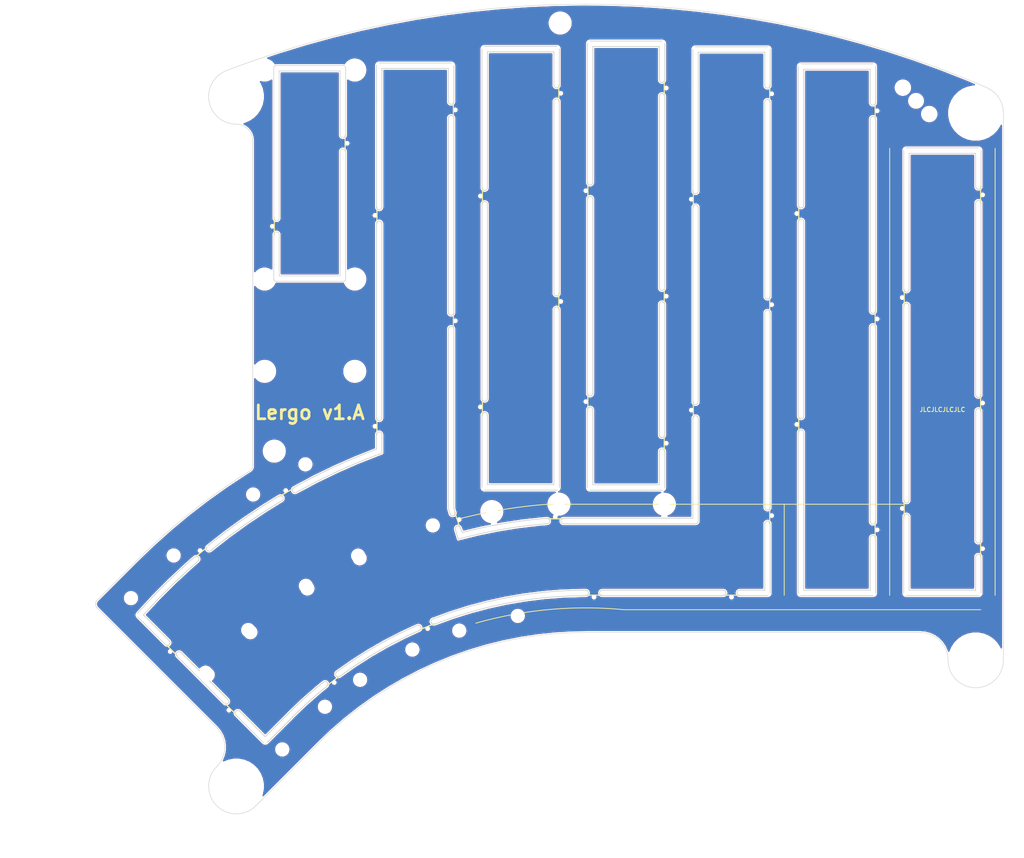
<source format=kicad_pcb>
(kicad_pcb (version 20171130) (host pcbnew 5.1.12-84ad8e8a86~92~ubuntu20.04.1)
  (title_block (title "Lergo top plate with rails, less routing") (date 2021-11-15) (rev v1.A) (company "Axel Voitier") (comment 1 "SPDX-License-Identifier: CERN-OHL-W-2.0") (comment 2 "Less routing variant") (comment 3 "Rail based layout variant"))
  (layers (0 F.Cu signal) (31 B.Cu signal) (34 B.Paste user hide) (35 F.Paste user hide) (36 B.SilkS user hide) (37 F.SilkS user) (38 B.Mask user hide) (39 F.Mask user hide) (44 Edge.Cuts user))
  (net 0 "")
  (module "Lergo Footprints:CherryMX_Lergo_v1_TopPlate_Corner" (layer F.Cu) (at 188.1 118.12)
    (fp_text reference REF** hide)
    (fp_text value CherryMX_Kyfle_v1_TopPlate_Corner hide)
    (pad "" np_thru_hole circle (at 6.7 6.7) (size 0.6 0.6) (drill 0.6) (layers *.Cu))
  )
  (module "Lergo Footprints:CherryMX_Lergo_v1_TopPlate_2u_1u_Rail_End_Less_Routing" (layer F.Cu) (at 97.135413 135.364647 45)
    (fp_text reference SW2 hide)
    (fp_text value KEY_SWITCH hide)
    (fp_arc (start -6.5 -6) (end -6 -6) (angle -180) (layer Edge.Cuts) (width 0.15))
    (fp_arc (start -6.5 -9) (end -7 -9) (angle -180) (layer Edge.Cuts) (width 0.15))
    (fp_arc (start -6.5 9) (end -6 9) (angle -180) (layer Edge.Cuts) (width 0.15))
    (fp_arc (start -6.5 6) (end -7 6) (angle -180) (layer Edge.Cuts) (width 0.15))
    (fp_arc (start -6.5 -16.060048) (end -6.5 -16.560048) (angle -90) (layer Edge.Cuts) (width 0.15))
    (fp_arc (start -6.5 16.025) (end -7 16.025) (angle -90) (layer Edge.Cuts) (width 0.15))
    (fp_line (start -6 15.525) (end 0 15.525) (layer Edge.Cuts) (width 0.15))
    (fp_line (start -6.5 16.525) (end 0 16.525) (layer Edge.Cuts) (width 0.15))
    (fp_line (start -7 -16.060048) (end -7 -9) (layer Edge.Cuts) (width 0.15))
    (fp_line (start -7 9) (end -7 16.025) (layer Edge.Cuts) (width 0.15))
    (fp_line (start -6 9) (end -6 15.525) (layer Edge.Cuts) (width 0.15))
    (fp_line (start -6 -15.586116) (end -6 -9) (layer Edge.Cuts) (width 0.15))
    (fp_line (start -6 -6) (end -6 6) (layer Edge.Cuts) (width 0.15))
    (fp_line (start -7 -6) (end -7 6) (layer Edge.Cuts) (width 0.15))
    (fp_line (start -6.9 -9) (end -6.9 -6) (layer F.SilkS) (width 0.2))
    (fp_line (start -6.9 6) (end -6.9 9) (layer F.SilkS) (width 0.2))
    (pad "" np_thru_hole circle (at -7.25 7.5 135) (size 0.5 0.5) (drill 0.5) (layers *.Cu *.Mask))
    (pad "" np_thru_hole circle (at -7.25 -7.5 135) (size 0.5 0.5) (drill 0.5) (layers *.Cu *.Mask))
    (pad "" np_thru_hole circle (at -6.7 -16.225 45) (size 0.6 0.6) (drill 0.6) (layers *.Cu))
    (pad "" np_thru_hole circle (at -6.7 16.225 45) (size 0.6 0.6) (drill 0.6) (layers *.Cu))
  )
  (module "Lergo Footprints:Pimoroni_Trackball" (layer F.Cu) (at 141.81562 120.590179 284.1)
    (fp_text reference REF**)
    (fp_text value Pimoroni_Trackball)
    (pad "" np_thru_hole circle (at 9.8 5.45 284.1) (size 2.2 2.2) (drill 2.2) (layers *.Cu *.Mask))
    (pad "" np_thru_hole circle (at -9.8 5.45 284.1) (size 2.2 2.2) (drill 2.2) (layers *.Cu *.Mask))
    (pad "" np_thru_hole circle (at 9.8 -5.45 284.1) (size 2.2 2.2) (drill 2.2) (layers *.Cu *.Mask))
    (pad "" smd circle (at -9.800001 -5.45 284.1) (size 1 1) (layers F.Cu F.Paste F.Mask))
  )
  (module "Lergo Footprints:Pimoroni_Trackball" (layer F.Cu) (at 120.825382 129.092101 300)
    (fp_text reference REF**)
    (fp_text value Pimoroni_Trackball)
    (pad "" np_thru_hole circle (at -9.8 -5.45 300) (size 2.2 2.2) (drill 2.2) (layers *.Cu *.Mask))
    (pad "" np_thru_hole circle (at 9.8 -5.45 300) (size 2.2 2.2) (drill 2.2) (layers *.Cu *.Mask))
    (pad "" np_thru_hole circle (at -9.8 5.45 300) (size 2.2 2.2) (drill 2.2) (layers *.Cu *.Mask))
    (pad "" np_thru_hole circle (at 9.8 5.45 300) (size 2.2 2.2) (drill 2.2) (layers *.Cu *.Mask))
  )
  (module "Lergo Footprints:Pimoroni_Trackball" (layer F.Cu) (at 103.869549 142.102768 315)
    (fp_text reference REF**)
    (fp_text value Pimoroni_Trackball)
    (pad "" np_thru_hole circle (at 9.8 5.45 315) (size 2.2 2.2) (drill 2.2) (layers *.Cu *.Mask))
    (pad "" np_thru_hole circle (at -9.8 5.45 315) (size 2.2 2.2) (drill 2.2) (layers *.Cu *.Mask))
    (pad "" np_thru_hole circle (at 9.8 -5.45 315) (size 2.2 2.2) (drill 2.2) (layers *.Cu *.Mask))
    (pad "" np_thru_hole circle (at -9.8 -5.45 315) (size 2.2 2.2) (drill 2.2) (layers *.Cu *.Mask))
  )
  (module "Lergo Footprints:Pimoroni_Trackball" (layer F.Cu) (at 90.399165 128.632384 135)
    (fp_text reference REF**)
    (fp_text value Pimoroni_Trackball)
    (pad "" np_thru_hole circle (at -9.8 -5.45 135) (size 2.2 2.2) (drill 2.2) (layers *.Cu *.Mask))
    (pad "" np_thru_hole circle (at 9.8 -5.45 135) (size 2.2 2.2) (drill 2.2) (layers *.Cu *.Mask))
    (pad "" np_thru_hole circle (at -9.8 5.45 135) (size 2.2 2.2) (drill 2.2) (layers *.Cu *.Mask))
    (pad "" np_thru_hole circle (at 9.8 5.45 135) (size 2.2 2.2) (drill 2.2) (layers *.Cu *.Mask))
  )
  (module "Lergo Footprints:Pimoroni_Trackball" (layer F.Cu) (at 111.300382 112.594317 300)
    (fp_text reference REF**)
    (fp_text value Pimoroni_Trackball)
    (pad "" np_thru_hole circle (at 9.8 5.45 300) (size 2.2 2.2) (drill 2.2) (layers *.Cu *.Mask))
    (pad "" np_thru_hole circle (at -9.8 5.45 300) (size 2.2 2.2) (drill 2.2) (layers *.Cu *.Mask))
    (pad "" np_thru_hole circle (at 9.8 -5.45 300) (size 2.2 2.2) (drill 2.2) (layers *.Cu *.Mask))
    (pad "" np_thru_hole circle (at -9.8 -5.45 300) (size 2.2 2.2) (drill 2.2) (layers *.Cu *.Mask))
  )
  (module "Lergo Footprints:Slot_Tab_1mm_2mm" (layer F.Cu) (at 107.940382 106.774626 30)
    (fp_text reference REF** hide)
    (fp_text value Slot_1.2mm_7.4.mm)
    (fp_line (start -1.5 -0.4) (end 1.5 -0.4) (layer F.SilkS) (width 0.2))
    (fp_arc (start 1.5 0) (end 1.5 -0.5) (angle -180) (layer Edge.Cuts) (width 0.15))
    (fp_arc (start -1.5 0) (end -1.5 0.5) (angle -180) (layer Edge.Cuts) (width 0.15))
    (pad "" np_thru_hole circle (at 0 -0.75 120) (size 0.5 0.5) (drill 0.5) (layers *.Cu *.Mask))
  )
  (module "Lergo Footprints:Slot_Tab_1mm_2mm" (layer F.Cu) (at 92.570723 117.536577 40)
    (fp_text reference REF** hide)
    (fp_text value Slot_1.2mm_7.4.mm)
    (fp_line (start -1.5 -0.4) (end 1.5 -0.4) (layer F.SilkS) (width 0.2))
    (fp_arc (start 1.5 0) (end 1.5 -0.5) (angle -180) (layer Edge.Cuts) (width 0.15))
    (fp_arc (start -1.5 0) (end -1.5 0.5) (angle -180) (layer Edge.Cuts) (width 0.15))
    (pad "" np_thru_hole circle (at 0 -0.75 130) (size 0.5 0.5) (drill 0.5) (layers *.Cu *.Mask))
  )
  (module "Lergo Footprints:Slot_Tab_1mm_2mm" (layer F.Cu) (at 132.915618 130.356181 202.5)
    (fp_text reference REF** hide)
    (fp_text value Slot_1.2mm_7.4.mm)
    (fp_line (start -1.5 -0.4) (end 1.5 -0.4) (layer F.SilkS) (width 0.2))
    (fp_arc (start 1.5 0) (end 1.5 -0.5) (angle -180) (layer Edge.Cuts) (width 0.15))
    (fp_arc (start -1.5 0) (end -1.5 0.5) (angle -180) (layer Edge.Cuts) (width 0.15))
    (pad "" np_thru_hole circle (at 0 -0.75 292.5) (size 0.5 0.5) (drill 0.5) (layers *.Cu *.Mask))
  )
  (module "Lergo Footprints:Slot_Tab_1mm_2mm" (layer F.Cu) (at 163.260001 124.620001 180)
    (fp_text reference REF** hide)
    (fp_text value Slot_1.2mm_7.4.mm)
    (fp_line (start -1.5 -0.4) (end 1.5 -0.4) (layer F.SilkS) (width 0.2))
    (fp_arc (start 1.5 0) (end 1.5 -0.5) (angle -180) (layer Edge.Cuts) (width 0.15))
    (fp_arc (start -1.5 0) (end -1.5 0.5) (angle -180) (layer Edge.Cuts) (width 0.15))
    (pad "" np_thru_hole circle (at 0 -0.75 270) (size 0.5 0.5) (drill 0.5) (layers *.Cu *.Mask))
  )
  (module "Lergo Footprints:Slot_Tab_1mm_2mm" (layer F.Cu) (at 115.874989 140.194592 217.5)
    (fp_text reference REF** hide)
    (fp_text value Slot_1.2mm_7.4.mm)
    (fp_line (start -1.5 -0.4) (end 1.5 -0.4) (layer F.SilkS) (width 0.2))
    (fp_arc (start 1.5 0) (end 1.5 -0.5) (angle -180) (layer Edge.Cuts) (width 0.15))
    (fp_arc (start -1.5 0) (end -1.5 0.5) (angle -180) (layer Edge.Cuts) (width 0.15))
    (pad "" np_thru_hole circle (at 0 -0.75 307.5) (size 0.5 0.5) (drill 0.5) (layers *.Cu *.Mask))
  )
  (module "Lergo Footprints:Slot_Tab_1mm_2mm" (layer F.Cu) (at 124.45 94.51 90)
    (fp_text reference REF** hide)
    (fp_text value Slot_1.2mm_7.4.mm)
    (fp_line (start -1.5 -0.4) (end 1.5 -0.4) (layer F.SilkS) (width 0.2))
    (fp_arc (start 1.5 0) (end 1.5 -0.5) (angle -180) (layer Edge.Cuts) (width 0.15))
    (fp_arc (start -1.5 0) (end -1.5 0.5) (angle -180) (layer Edge.Cuts) (width 0.15))
    (pad "" np_thru_hole circle (at 0 -0.75 180) (size 0.5 0.5) (drill 0.5) (layers *.Cu *.Mask))
  )
  (module "Lergo Footprints:Slot_Tab_1mm_2mm" (layer F.Cu) (at 138.2 111.61 289)
    (fp_text reference REF** hide)
    (fp_text value Slot_1.2mm_7.4.mm)
    (fp_line (start -1.5 -0.4) (end 1.5 -0.4) (layer F.SilkS) (width 0.2))
    (fp_arc (start 1.5 0) (end 1.5 -0.5) (angle -180) (layer Edge.Cuts) (width 0.15))
    (fp_arc (start -1.5 0) (end -1.5 0.5) (angle -180) (layer Edge.Cuts) (width 0.15))
    (pad "" np_thru_hole circle (at 0 -0.75 19) (size 0.5 0.5) (drill 0.5) (layers *.Cu *.Mask))
  )
  (module "Lergo Footprints:Slot_Tab_1mm_2mm" (layer F.Cu) (at 137.45 75.46 270)
    (fp_text reference REF** hide)
    (fp_text value Slot_1.2mm_7.4.mm)
    (fp_line (start -1.5 -0.4) (end 1.5 -0.4) (layer F.SilkS) (width 0.2))
    (fp_arc (start 1.5 0) (end 1.5 -0.5) (angle -180) (layer Edge.Cuts) (width 0.15))
    (fp_arc (start -1.5 0) (end -1.5 0.5) (angle -180) (layer Edge.Cuts) (width 0.15))
    (pad "" np_thru_hole circle (at 0 -0.75) (size 0.5 0.5) (drill 0.5) (layers *.Cu *.Mask))
  )
  (module "Lergo Footprints:Slot_Tab_1mm_2mm" (layer F.Cu) (at 124.45 56.41 90)
    (fp_text reference REF** hide)
    (fp_text value Slot_1.2mm_7.4.mm)
    (fp_line (start -1.5 -0.4) (end 1.5 -0.4) (layer F.SilkS) (width 0.2))
    (fp_arc (start 1.5 0) (end 1.5 -0.5) (angle -180) (layer Edge.Cuts) (width 0.15))
    (fp_arc (start -1.5 0) (end -1.5 0.5) (angle -180) (layer Edge.Cuts) (width 0.15))
    (pad "" np_thru_hole circle (at 0 -0.75 180) (size 0.5 0.5) (drill 0.5) (layers *.Cu *.Mask))
  )
  (module "Lergo Footprints:Slot_Tab_1mm_2mm" (layer F.Cu) (at 137.45 37.36 270)
    (fp_text reference REF** hide)
    (fp_text value Slot_1.2mm_7.4.mm)
    (fp_line (start -1.5 -0.4) (end 1.5 -0.4) (layer F.SilkS) (width 0.2))
    (fp_arc (start 1.5 0) (end 1.5 -0.5) (angle -180) (layer Edge.Cuts) (width 0.15))
    (fp_arc (start -1.5 0) (end -1.5 0.5) (angle -180) (layer Edge.Cuts) (width 0.15))
    (pad "" np_thru_hole circle (at 0 -0.75) (size 0.5 0.5) (drill 0.5) (layers *.Cu *.Mask))
  )
  (module "Lergo Footprints:Slot_Tab_1mm_2mm" (layer F.Cu) (at 156.26 111.62)
    (fp_text reference REF** hide)
    (fp_text value Slot_1.2mm_7.4.mm)
    (fp_line (start -1.5 -0.4) (end 1.5 -0.4) (layer F.SilkS) (width 0.2))
    (fp_arc (start 1.5 0) (end 1.5 -0.5) (angle -180) (layer Edge.Cuts) (width 0.15))
    (fp_arc (start -1.5 0) (end -1.5 0.5) (angle -180) (layer Edge.Cuts) (width 0.15))
    (pad "" np_thru_hole circle (at 0 -0.75 90) (size 0.5 0.5) (drill 0.5) (layers *.Cu *.Mask))
  )
  (module "Lergo Footprints:Slot_Tab_1mm_2mm" (layer F.Cu) (at 188.1 124.62 180)
    (fp_text reference REF** hide)
    (fp_text value Slot_1.2mm_7.4.mm)
    (fp_line (start -1.5 -0.4) (end 1.5 -0.4) (layer F.SilkS) (width 0.2))
    (fp_arc (start 1.5 0) (end 1.5 -0.5) (angle -180) (layer Edge.Cuts) (width 0.15))
    (fp_arc (start -1.5 0) (end -1.5 0.5) (angle -180) (layer Edge.Cuts) (width 0.15))
    (pad "" np_thru_hole circle (at 0 -0.75 270) (size 0.5 0.5) (drill 0.5) (layers *.Cu *.Mask))
  )
  (module "Lergo Footprints:Slot_Tab_1mm_2mm" (layer F.Cu) (at 181.6 91.59 90)
    (fp_text reference REF** hide)
    (fp_text value Slot_1.2mm_7.4.mm)
    (fp_line (start -1.5 -0.4) (end 1.5 -0.4) (layer F.SilkS) (width 0.2))
    (fp_arc (start 1.5 0) (end 1.5 -0.5) (angle -180) (layer Edge.Cuts) (width 0.15))
    (fp_arc (start -1.5 0) (end -1.5 0.5) (angle -180) (layer Edge.Cuts) (width 0.15))
    (pad "" np_thru_hole circle (at 0 -0.75 180) (size 0.5 0.5) (drill 0.5) (layers *.Cu *.Mask))
  )
  (module "Lergo Footprints:Slot_Tab_1mm_2mm" (layer F.Cu) (at 194.6 110.64 270)
    (fp_text reference REF** hide)
    (fp_text value Slot_1.2mm_7.4.mm)
    (fp_line (start -1.5 -0.4) (end 1.5 -0.4) (layer F.SilkS) (width 0.2))
    (fp_arc (start 1.5 0) (end 1.5 -0.5) (angle -180) (layer Edge.Cuts) (width 0.15))
    (fp_arc (start -1.5 0) (end -1.5 0.5) (angle -180) (layer Edge.Cuts) (width 0.15))
    (pad "" np_thru_hole circle (at 0 -0.75) (size 0.5 0.5) (drill 0.5) (layers *.Cu *.Mask))
  )
  (module "Lergo Footprints:Slot_Tab_1mm_2mm" (layer F.Cu) (at 194.6 72.54 270)
    (fp_text reference REF** hide)
    (fp_text value Slot_1.2mm_7.4.mm)
    (fp_line (start -1.5 -0.4) (end 1.5 -0.4) (layer F.SilkS) (width 0.2))
    (fp_arc (start 1.5 0) (end 1.5 -0.5) (angle -180) (layer Edge.Cuts) (width 0.15))
    (fp_arc (start -1.5 0) (end -1.5 0.5) (angle -180) (layer Edge.Cuts) (width 0.15))
    (pad "" np_thru_hole circle (at 0 -0.75) (size 0.5 0.5) (drill 0.5) (layers *.Cu *.Mask))
  )
  (module "Lergo Footprints:Slot_Tab_1mm_2mm" (layer F.Cu) (at 181.6 53.49 90)
    (fp_text reference REF** hide)
    (fp_text value Slot_1.2mm_7.4.mm)
    (fp_line (start -1.5 -0.4) (end 1.5 -0.4) (layer F.SilkS) (width 0.2))
    (fp_arc (start 1.5 0) (end 1.5 -0.5) (angle -180) (layer Edge.Cuts) (width 0.15))
    (fp_arc (start -1.5 0) (end -1.5 0.5) (angle -180) (layer Edge.Cuts) (width 0.15))
    (pad "" np_thru_hole circle (at 0 -0.75 180) (size 0.5 0.5) (drill 0.5) (layers *.Cu *.Mask))
  )
  (module "Lergo Footprints:Slot_Tab_1mm_2mm" (layer F.Cu) (at 194.6 34.44 270)
    (fp_text reference REF** hide)
    (fp_text value Slot_1.2mm_7.4.mm)
    (fp_line (start -1.5 -0.4) (end 1.5 -0.4) (layer F.SilkS) (width 0.2))
    (fp_arc (start 1.5 0) (end 1.5 -0.5) (angle -180) (layer Edge.Cuts) (width 0.15))
    (fp_arc (start -1.5 0) (end -1.5 0.5) (angle -180) (layer Edge.Cuts) (width 0.15))
    (pad "" np_thru_hole circle (at 0 -0.75) (size 0.5 0.5) (drill 0.5) (layers *.Cu *.Mask))
  )
  (module "Lergo Footprints:Slot_Tab_1mm_2mm" (layer F.Cu) (at 143.5 91.01 90)
    (fp_text reference REF** hide)
    (fp_text value Slot_1.2mm_7.4.mm)
    (fp_line (start -1.5 -0.4) (end 1.5 -0.4) (layer F.SilkS) (width 0.2))
    (fp_arc (start 1.5 0) (end 1.5 -0.5) (angle -180) (layer Edge.Cuts) (width 0.15))
    (fp_arc (start -1.5 0) (end -1.5 0.5) (angle -180) (layer Edge.Cuts) (width 0.15))
    (pad "" np_thru_hole circle (at 0 -0.75 180) (size 0.5 0.5) (drill 0.5) (layers *.Cu *.Mask))
  )
  (module "Lergo Footprints:Slot_Tab_1mm_2mm" (layer F.Cu) (at 156.5 71.96 270)
    (fp_text reference REF** hide)
    (fp_text value Slot_1.2mm_7.4.mm)
    (fp_line (start -1.5 -0.4) (end 1.5 -0.4) (layer F.SilkS) (width 0.2))
    (fp_arc (start 1.5 0) (end 1.5 -0.5) (angle -180) (layer Edge.Cuts) (width 0.15))
    (fp_arc (start -1.5 0) (end -1.5 0.5) (angle -180) (layer Edge.Cuts) (width 0.15))
    (pad "" np_thru_hole circle (at 0 -0.75) (size 0.5 0.5) (drill 0.5) (layers *.Cu *.Mask))
  )
  (module "Lergo Footprints:Slot_Tab_1mm_2mm" (layer F.Cu) (at 143.5 52.91 90)
    (fp_text reference REF** hide)
    (fp_text value Slot_1.2mm_7.4.mm)
    (fp_line (start -1.5 -0.4) (end 1.5 -0.4) (layer F.SilkS) (width 0.2))
    (fp_arc (start 1.5 0) (end 1.5 -0.5) (angle -180) (layer Edge.Cuts) (width 0.15))
    (fp_arc (start -1.5 0) (end -1.5 0.5) (angle -180) (layer Edge.Cuts) (width 0.15))
    (pad "" np_thru_hole circle (at 0 -0.75 180) (size 0.5 0.5) (drill 0.5) (layers *.Cu *.Mask))
  )
  (module "Lergo Footprints:Slot_Tab_1mm_2mm" (layer F.Cu) (at 156.5 34.36 270)
    (fp_text reference REF** hide)
    (fp_text value Slot_1.2mm_7.4.mm)
    (fp_line (start -1.5 -0.4) (end 1.5 -0.4) (layer F.SilkS) (width 0.2))
    (fp_arc (start 1.5 0) (end 1.5 -0.5) (angle -180) (layer Edge.Cuts) (width 0.15))
    (fp_arc (start -1.5 0) (end -1.5 0.5) (angle -180) (layer Edge.Cuts) (width 0.15))
    (pad "" np_thru_hole circle (at 0 -0.75) (size 0.5 0.5) (drill 0.5) (layers *.Cu *.Mask))
  )
  (module "Lergo Footprints:Slot_Tab_1mm_2mm" (layer F.Cu) (at 162.55 90.05 90)
    (fp_text reference REF** hide)
    (fp_text value Slot_1.2mm_7.4.mm)
    (fp_line (start -1.5 -0.4) (end 1.5 -0.4) (layer F.SilkS) (width 0.2))
    (fp_arc (start 1.5 0) (end 1.5 -0.5) (angle -180) (layer Edge.Cuts) (width 0.15))
    (fp_arc (start -1.5 0) (end -1.5 0.5) (angle -180) (layer Edge.Cuts) (width 0.15))
    (pad "" np_thru_hole circle (at 0 -0.75 180) (size 0.5 0.5) (drill 0.5) (layers *.Cu *.Mask))
  )
  (module "Lergo Footprints:Slot_Tab_1mm_2mm" (layer F.Cu) (at 175.55 97.57 270)
    (fp_text reference REF** hide)
    (fp_text value Slot_1.2mm_7.4.mm)
    (fp_line (start -1.5 -0.4) (end 1.5 -0.4) (layer F.SilkS) (width 0.2))
    (fp_arc (start 1.5 0) (end 1.5 -0.5) (angle -180) (layer Edge.Cuts) (width 0.15))
    (fp_arc (start -1.5 0) (end -1.5 0.5) (angle -180) (layer Edge.Cuts) (width 0.15))
    (pad "" np_thru_hole circle (at 0 -0.75) (size 0.5 0.5) (drill 0.5) (layers *.Cu *.Mask))
  )
  (module "Lergo Footprints:Slot_Tab_1mm_2mm" (layer F.Cu) (at 175.55 71 270)
    (fp_text reference REF** hide)
    (fp_text value Slot_1.2mm_7.4.mm)
    (fp_line (start -1.5 -0.4) (end 1.5 -0.4) (layer F.SilkS) (width 0.2))
    (fp_arc (start 1.5 0) (end 1.5 -0.5) (angle -180) (layer Edge.Cuts) (width 0.15))
    (fp_arc (start -1.5 0) (end -1.5 0.5) (angle -180) (layer Edge.Cuts) (width 0.15))
    (pad "" np_thru_hole circle (at 0 -0.75) (size 0.5 0.5) (drill 0.5) (layers *.Cu *.Mask))
  )
  (module "Lergo Footprints:Slot_Tab_1mm_2mm" (layer F.Cu) (at 162.55 51.95 90)
    (fp_text reference REF** hide)
    (fp_text value Slot_1.2mm_7.4.mm)
    (fp_line (start -1.5 -0.4) (end 1.5 -0.4) (layer F.SilkS) (width 0.2))
    (fp_arc (start 1.5 0) (end 1.5 -0.5) (angle -180) (layer Edge.Cuts) (width 0.15))
    (fp_arc (start -1.5 0) (end -1.5 0.5) (angle -180) (layer Edge.Cuts) (width 0.15))
    (pad "" np_thru_hole circle (at 0 -0.75 180) (size 0.5 0.5) (drill 0.5) (layers *.Cu *.Mask))
  )
  (module "Lergo Footprints:Slot_Tab_1mm_2mm" (layer F.Cu) (at 175.55 33.4 270)
    (fp_text reference REF** hide)
    (fp_text value Slot_1.2mm_7.4.mm)
    (fp_line (start -1.5 -0.4) (end 1.5 -0.4) (layer F.SilkS) (width 0.2))
    (fp_arc (start 1.5 0) (end 1.5 -0.5) (angle -180) (layer Edge.Cuts) (width 0.15))
    (fp_arc (start -1.5 0) (end -1.5 0.5) (angle -180) (layer Edge.Cuts) (width 0.15))
    (pad "" np_thru_hole circle (at 0 -0.75) (size 0.5 0.5) (drill 0.5) (layers *.Cu *.Mask))
  )
  (module "Lergo Footprints:Slot_Tab_1mm_2mm" (layer F.Cu) (at 200.65 94.17 90)
    (fp_text reference REF** hide)
    (fp_text value Slot_1.2mm_7.4.mm)
    (fp_line (start -1.5 -0.4) (end 1.5 -0.4) (layer F.SilkS) (width 0.2))
    (fp_arc (start 1.5 0) (end 1.5 -0.5) (angle -180) (layer Edge.Cuts) (width 0.15))
    (fp_arc (start -1.5 0) (end -1.5 0.5) (angle -180) (layer Edge.Cuts) (width 0.15))
    (pad "" np_thru_hole circle (at 0 -0.75 180) (size 0.5 0.5) (drill 0.5) (layers *.Cu *.Mask))
  )
  (module "Lergo Footprints:Slot_Tab_1mm_2mm" (layer F.Cu) (at 200.65 56.07 90)
    (fp_text reference REF** hide)
    (fp_text value Slot_1.2mm_7.4.mm)
    (fp_line (start -1.5 -0.4) (end 1.5 -0.4) (layer F.SilkS) (width 0.2))
    (fp_arc (start 1.5 0) (end 1.5 -0.5) (angle -180) (layer Edge.Cuts) (width 0.15))
    (fp_arc (start -1.5 0) (end -1.5 0.5) (angle -180) (layer Edge.Cuts) (width 0.15))
    (pad "" np_thru_hole circle (at 0 -0.75 180) (size 0.5 0.5) (drill 0.5) (layers *.Cu *.Mask))
  )
  (module "Lergo Footprints:Slot_Tab_1mm_2mm" (layer F.Cu) (at 213.65 113.22 270)
    (fp_text reference REF** hide)
    (fp_text value Slot_1.2mm_7.4.mm)
    (fp_line (start -1.5 -0.4) (end 1.5 -0.4) (layer F.SilkS) (width 0.2))
    (fp_arc (start 1.5 0) (end 1.5 -0.5) (angle -180) (layer Edge.Cuts) (width 0.15))
    (fp_arc (start -1.5 0) (end -1.5 0.5) (angle -180) (layer Edge.Cuts) (width 0.15))
    (pad "" np_thru_hole circle (at 0 -0.75) (size 0.5 0.5) (drill 0.5) (layers *.Cu *.Mask))
  )
  (module "Lergo Footprints:Slot_Tab_1mm_2mm" (layer F.Cu) (at 213.65 75.12 270)
    (fp_text reference REF** hide)
    (fp_text value Slot_1.2mm_7.4.mm)
    (fp_line (start -1.5 -0.4) (end 1.5 -0.4) (layer F.SilkS) (width 0.2))
    (fp_arc (start 1.5 0) (end 1.5 -0.5) (angle -180) (layer Edge.Cuts) (width 0.15))
    (fp_arc (start -1.5 0) (end -1.5 0.5) (angle -180) (layer Edge.Cuts) (width 0.15))
    (pad "" np_thru_hole circle (at 0 -0.75) (size 0.5 0.5) (drill 0.5) (layers *.Cu *.Mask))
  )
  (module "Lergo Footprints:Slot_Tab_1mm_2mm" (layer F.Cu) (at 213.65 37.52 270)
    (fp_text reference REF** hide)
    (fp_text value Slot_1.2mm_7.4.mm)
    (fp_line (start -1.5 -0.4) (end 1.5 -0.4) (layer F.SilkS) (width 0.2))
    (fp_arc (start 1.5 0) (end 1.5 -0.5) (angle -180) (layer Edge.Cuts) (width 0.15))
    (fp_arc (start -1.5 0) (end -1.5 0.5) (angle -180) (layer Edge.Cuts) (width 0.15))
    (pad "" np_thru_hole circle (at 0 -0.75) (size 0.5 0.5) (drill 0.5) (layers *.Cu *.Mask))
  )
  (module "Lergo Footprints:Slot_Tab_1mm_2mm" (layer F.Cu) (at 232.7 116.62 270)
    (fp_text reference REF** hide)
    (fp_text value Slot_1.2mm_7.4.mm)
    (fp_line (start -1.5 -0.4) (end 1.5 -0.4) (layer F.SilkS) (width 0.2))
    (fp_arc (start 1.5 0) (end 1.5 -0.5) (angle -180) (layer Edge.Cuts) (width 0.15))
    (fp_arc (start -1.5 0) (end -1.5 0.5) (angle -180) (layer Edge.Cuts) (width 0.15))
    (pad "" np_thru_hole circle (at 0 -0.75) (size 0.5 0.5) (drill 0.5) (layers *.Cu *.Mask))
  )
  (module "Lergo Footprints:Slot_Tab_1mm_2mm" (layer F.Cu) (at 219.7 109.35 90)
    (fp_text reference REF** hide)
    (fp_text value Slot_1.2mm_7.4.mm)
    (fp_line (start -1.5 -0.4) (end 1.5 -0.4) (layer F.SilkS) (width 0.2))
    (fp_arc (start 1.5 0) (end 1.5 -0.5) (angle -180) (layer Edge.Cuts) (width 0.15))
    (fp_arc (start -1.5 0) (end -1.5 0.5) (angle -180) (layer Edge.Cuts) (width 0.15))
    (pad "" np_thru_hole circle (at 0 -0.75 180) (size 0.5 0.5) (drill 0.5) (layers *.Cu *.Mask))
  )
  (module "Lergo Footprints:Slot_Tab_1mm_2mm" (layer F.Cu) (at 219.7 71.25 90)
    (fp_text reference REF** hide)
    (fp_text value Slot_1.2mm_7.4.mm)
    (fp_line (start -1.5 -0.4) (end 1.5 -0.4) (layer F.SilkS) (width 0.2))
    (fp_arc (start 1.5 0) (end 1.5 -0.5) (angle -180) (layer Edge.Cuts) (width 0.15))
    (fp_arc (start -1.5 0) (end -1.5 0.5) (angle -180) (layer Edge.Cuts) (width 0.15))
    (pad "" np_thru_hole circle (at 0 -0.75 180) (size 0.5 0.5) (drill 0.5) (layers *.Cu *.Mask))
  )
  (module "Lergo Footprints:Slot_Tab_1mm_2mm" (layer F.Cu) (at 232.7 90.3 270)
    (fp_text reference REF** hide)
    (fp_text value Slot_1.2mm_7.4.mm)
    (fp_line (start -1.5 -0.4) (end 1.5 -0.4) (layer F.SilkS) (width 0.2))
    (fp_arc (start 1.5 0) (end 1.5 -0.5) (angle -180) (layer Edge.Cuts) (width 0.15))
    (fp_arc (start -1.5 0) (end -1.5 0.5) (angle -180) (layer Edge.Cuts) (width 0.15))
    (pad "" np_thru_hole circle (at 0 -0.75) (size 0.5 0.5) (drill 0.5) (layers *.Cu *.Mask))
  )
  (module "Lergo Footprints:Slot_Tab_1mm_2mm" (layer F.Cu) (at 232.7 52.7 270)
    (fp_text reference REF** hide)
    (fp_text value Slot_1.2mm_7.4.mm)
    (fp_line (start -1.5 -0.4) (end 1.5 -0.4) (layer F.SilkS) (width 0.2))
    (fp_arc (start 1.5 0) (end 1.5 -0.5) (angle -180) (layer Edge.Cuts) (width 0.15))
    (fp_arc (start -1.5 0) (end -1.5 0.5) (angle -180) (layer Edge.Cuts) (width 0.15))
    (pad "" np_thru_hole circle (at 0 -0.75) (size 0.5 0.5) (drill 0.5) (layers *.Cu *.Mask))
  )
  (module "Lergo Footprints:Arduino_ProMicro_Lergo_v1_TopPlate_Less_Routing" (layer F.Cu) (at 111.9 58.3875)
    (fp_text reference SW2 hide)
    (fp_text value "PRO MICRO" hide)
    (fp_line (start 5.5 -13.5) (end 5.5 8.94) (layer Edge.Cuts) (width 0.12))
    (fp_line (start 6.5 -28.56) (end 6.5 -16.5) (layer Edge.Cuts) (width 0.12))
    (fp_line (start -6.5 -1.5) (end -6.5 -28.56) (layer Edge.Cuts) (width 0.12))
    (fp_line (start -5.5 -1.5) (end -5.5 -28.06) (layer Edge.Cuts) (width 0.12))
    (fp_line (start -6.5 9.44) (end -6.5 1.5) (layer Edge.Cuts) (width 0.12))
    (fp_line (start 6 9.94) (end -6 9.94) (layer Edge.Cuts) (width 0.12))
    (fp_line (start 6.5 -13.5) (end 6.5 9.44) (layer Edge.Cuts) (width 0.12))
    (fp_line (start -6 -29.06) (end 6 -29.06) (layer Edge.Cuts) (width 0.12))
    (fp_line (start -5.5 -28.06) (end 5.5 -28.06) (layer Edge.Cuts) (width 0.12))
    (fp_line (start 5.5 -28.06) (end 5.5 -16.5) (layer Edge.Cuts) (width 0.12))
    (fp_line (start -5.5 8.94) (end -5.5 1.5) (layer Edge.Cuts) (width 0.12))
    (fp_line (start 5.5 8.94) (end -5.5 8.94) (layer Edge.Cuts) (width 0.12))
    (fp_line (start 6.4 -16.5) (end 6.4 -13.5) (layer F.SilkS) (width 0.2))
    (fp_line (start -6.4 -1.5) (end -6.4 1.5) (layer F.SilkS) (width 0.2))
    (fp_arc (start 6 -13.5) (end 6.5 -13.5) (angle -180) (layer Edge.Cuts) (width 0.12))
    (fp_arc (start 6 -16.5) (end 5.5 -16.5) (angle -180) (layer Edge.Cuts) (width 0.12))
    (fp_arc (start -6 1.5) (end -5.5 1.5) (angle -180) (layer Edge.Cuts) (width 0.12))
    (fp_arc (start -6 -1.5) (end -6.5 -1.5) (angle -180) (layer Edge.Cuts) (width 0.12))
    (fp_arc (start 6 -28.56) (end 6.5 -28.56) (angle -90) (layer Edge.Cuts) (width 0.12))
    (fp_arc (start -6 -28.56) (end -6 -29.06) (angle -90) (layer Edge.Cuts) (width 0.12))
    (fp_arc (start -6 9.44) (end -6.5 9.44) (angle -90) (layer Edge.Cuts) (width 0.12))
    (fp_arc (start 6 9.44) (end 6 9.94) (angle -90) (layer Edge.Cuts) (width 0.12))
    (pad "" np_thru_hole circle (at 6.75 -15 90) (size 0.5 0.5) (drill 0.5) (layers *.Cu *.Mask))
    (pad "" np_thru_hole circle (at -6.75 0 90) (size 0.5 0.5) (drill 0.5) (layers *.Cu *.Mask))
    (pad "" np_thru_hole circle (at -8.14375 26.19375) (size 2 2) (drill 2) (layers *.Cu *.Mask) (clearance 1.1))
    (pad "" np_thru_hole circle (at 8.14375 -28.23) (size 2 2) (drill 2) (layers *.Cu *.Mask) (clearance 1.1))
    (pad "" np_thru_hole circle (at 8.14375 9.525) (size 2 2) (drill 2) (layers *.Cu *.Mask) (clearance 1.1))
    (pad "" np_thru_hole circle (at -8.14375 9.525) (size 2 2) (drill 2) (layers *.Cu *.Mask) (clearance 1.1))
    (pad "" np_thru_hole circle (at -8.14375 -28.23) (size 2 2) (drill 2) (layers *.Cu *.Mask) (clearance 1.1))
    (pad "" np_thru_hole circle (at 8.14375 26.19375) (size 2 2) (drill 2) (layers *.Cu *.Mask) (clearance 1.1))
  )
  (module "Lergo Footprints:M5_with_washer" (layer F.Cu) (at 98.638899 34.932171)
    (fp_text reference REF** hide)
    (fp_text value MountingHole_2.2mm_M2_ISO14580)
    (pad "" np_thru_hole circle (at 0 0) (size 5.3 5.3) (drill 5.3) (layers *.Cu *.Mask) (clearance 2.35))
  )
  (module "Lergo Footprints:M5_with_washer" (layer F.Cu) (at 98.638899 159.529137)
    (fp_text reference REF** hide)
    (fp_text value MountingHole_2.2mm_M2_ISO14580)
    (pad "" np_thru_hole circle (at 0 0) (size 5.3 5.3) (drill 5.3) (layers *.Cu *.Mask) (clearance 2.35))
  )
  (module "Lergo Footprints:M5_with_washer" (layer F.Cu) (at 232.220381 136.74)
    (fp_text reference REF** hide)
    (fp_text value MountingHole_2.2mm_M2_ISO14580)
    (pad "" np_thru_hole circle (at 0 0) (size 5.3 5.3) (drill 5.3) (layers *.Cu *.Mask) (clearance 2.35))
  )
  (module "Lergo Footprints:M5_with_washer" (layer F.Cu) (at 232.220381 37.928844)
    (fp_text reference REF** hide)
    (fp_text value MountingHole_2.2mm_M2_ISO14580)
    (pad "" np_thru_hole circle (at 0 0) (size 5.3 5.3) (drill 5.3) (layers *.Cu *.Mask) (clearance 2.35))
  )
  (module "Lergo Footprints:JLCBCB_OrderNumber" (layer F.Cu) (at 226.2 91.5)
    (fp_text reference JLCJLCJLCJLC (at 0 0) (layer F.SilkS) (effects (font (size 0.8 0.8))))
    (fp_text value JLCBCB_OrderNumber)
  )
  (module "Lergo Footprints:M2_with_washer" (layer F.Cu) (at 175.97375 108.595)
    (fp_text reference REF** hide)
    (fp_text value MountingHole_2.2mm_M2_ISO14580)
    (pad "" np_thru_hole circle (at 0 0) (size 2 2) (drill 2) (layers *.Cu *.Mask) (clearance 1.1))
  )
  (module "Lergo Footprints:M2_with_washer" (layer F.Cu) (at 156.92375 108.575)
    (fp_text reference REF** hide)
    (fp_text value MountingHole_2.2mm_M2_ISO14580)
    (pad "" np_thru_hole circle (at 0 0) (size 2 2) (drill 2) (layers *.Cu *.Mask) (clearance 1.1))
  )
  (module "Lergo Footprints:M2_with_washer" (layer F.Cu) (at 144.793444 109.920811)
    (fp_text reference REF** hide)
    (fp_text value MountingHole_2.2mm_M2_ISO14580)
    (pad "" np_thru_hole circle (at 0 0) (size 2 2) (drill 2) (layers *.Cu *.Mask) (clearance 1.1))
  )
  (module "Lergo Footprints:M2_with_washer" (layer F.Cu) (at 105.5 99)
    (fp_text reference REF** hide)
    (fp_text value MountingHole_2.2mm_M2_ISO14580)
    (pad "" np_thru_hole circle (at 0 0) (size 2 2) (drill 2) (layers *.Cu *.Mask) (clearance 1.1))
  )
  (module "Lergo Footprints:M2_with_washer" (layer F.Cu) (at 157.14375 21.659375)
    (fp_text reference REF** hide)
    (fp_text value MountingHole_2.2mm_M2_ISO14580)
    (pad "" np_thru_hole circle (at 0 0) (size 2 2) (drill 2) (layers *.Cu *.Mask) (clearance 1.1))
  )
  (module "Lergo Footprints:CherryMX_Lergo_v1_TopPlate_1u_Rail_Helper" (layer F.Cu) (at 140.570866 120.913253 15)
    (fp_text reference SW2 hide)
    (fp_text value KEY_SWITCH hide)
  )
  (module "Lergo Footprints:SK6812_Bit_Bottom" (layer F.Cu) (at 221.4375 35.721875)
    (fp_text reference SW2 hide)
    (fp_text value KEY_SWITCH hide)
    (pad "" np_thru_hole circle (at 2.38125 2.38125) (size 1.2 1.2) (drill 1.2) (layers *.Cu *.Mask) (clearance 0.9))
    (pad "" np_thru_hole circle (at -2.38125 -2.38125) (size 1.2 1.2) (drill 1.2) (layers *.Cu *.Mask) (clearance 0.9))
    (pad "" np_thru_hole circle (at 0 0) (size 2.5 2.5) (drill 2.5) (layers *.Cu *.Mask))
  )
  (module "Lergo Footprints:CherryMX_Lergo_v1_TopPlate_1u_Rail_End_Less_Routing" (layer F.Cu) (at 150 99.05 180)
    (fp_text reference SW2 hide)
    (fp_text value KEY_SWITCH hide)
    (fp_line (start 6 0) (end 6 -6) (layer Edge.Cuts) (width 0.15))
    (fp_line (start -6 -6) (end -6 0) (layer Edge.Cuts) (width 0.15))
    (fp_line (start 6 -6) (end -6 -6) (layer Edge.Cuts) (width 0.15))
    (fp_line (start 6.5 -7) (end -6.5 -7) (layer Edge.Cuts) (width 0.15))
    (fp_line (start 7 0) (end 7 -6.5) (layer Edge.Cuts) (width 0.15))
    (fp_line (start -7 -6.5) (end -7 0) (layer Edge.Cuts) (width 0.15))
    (fp_arc (start -6.5 -6.5) (end -6.5 -7) (angle -90) (layer Edge.Cuts) (width 0.15))
    (fp_arc (start 6.5 -6.5) (end 7 -6.5) (angle -90) (layer Edge.Cuts) (width 0.15))
    (pad "" np_thru_hole circle (at 6.7 -6.7 180) (size 0.6 0.6) (drill 0.6) (layers *.Cu))
    (pad "" np_thru_hole circle (at -6.7 -6.7 180) (size 0.6 0.6) (drill 0.6) (layers *.Cu))
  )
  (module "Lergo Footprints:CherryMX_Lergo_v1_TopPlate_1u_Rail_End_Less_Routing" (layer F.Cu) (at 130.95 35.86)
    (fp_text reference SW2 hide)
    (fp_text value KEY_SWITCH hide)
    (fp_line (start 6 0) (end 6 -6) (layer Edge.Cuts) (width 0.15))
    (fp_line (start -6 -6) (end -6 0) (layer Edge.Cuts) (width 0.15))
    (fp_line (start 6 -6) (end -6 -6) (layer Edge.Cuts) (width 0.15))
    (fp_line (start 6.5 -7) (end -6.5 -7) (layer Edge.Cuts) (width 0.15))
    (fp_line (start 7 0) (end 7 -6.5) (layer Edge.Cuts) (width 0.15))
    (fp_line (start -7 -6.5) (end -7 0) (layer Edge.Cuts) (width 0.15))
    (fp_arc (start -6.5 -6.5) (end -6.5 -7) (angle -90) (layer Edge.Cuts) (width 0.15))
    (fp_arc (start 6.5 -6.5) (end 7 -6.5) (angle -90) (layer Edge.Cuts) (width 0.15))
    (pad "" np_thru_hole circle (at 6.7 -6.7) (size 0.6 0.6) (drill 0.6) (layers *.Cu))
    (pad "" np_thru_hole circle (at -6.7 -6.7) (size 0.6 0.6) (drill 0.6) (layers *.Cu))
  )
  (module "Lergo Footprints:CherryMX_Lergo_v1_TopPlate_1u_Rail_End_Less_Routing" (layer F.Cu) (at 207.15 36.02)
    (fp_text reference SW2 hide)
    (fp_text value KEY_SWITCH hide)
    (fp_line (start 6 0) (end 6 -6) (layer Edge.Cuts) (width 0.15))
    (fp_line (start -6 -6) (end -6 0) (layer Edge.Cuts) (width 0.15))
    (fp_line (start 6 -6) (end -6 -6) (layer Edge.Cuts) (width 0.15))
    (fp_line (start 6.5 -7) (end -6.5 -7) (layer Edge.Cuts) (width 0.15))
    (fp_line (start 7 0) (end 7 -6.5) (layer Edge.Cuts) (width 0.15))
    (fp_line (start -7 -6.5) (end -7 0) (layer Edge.Cuts) (width 0.15))
    (fp_arc (start -6.5 -6.5) (end -6.5 -7) (angle -90) (layer Edge.Cuts) (width 0.15))
    (fp_arc (start 6.5 -6.5) (end 7 -6.5) (angle -90) (layer Edge.Cuts) (width 0.15))
    (pad "" np_thru_hole circle (at 6.7 -6.7) (size 0.6 0.6) (drill 0.6) (layers *.Cu))
    (pad "" np_thru_hole circle (at -6.7 -6.7) (size 0.6 0.6) (drill 0.6) (layers *.Cu))
  )
  (module "Lergo Footprints:CherryMX_Lergo_v1_TopPlate_1u_Rail_End_Less_Routing" (layer F.Cu) (at 188.1 32.94)
    (fp_text reference SW2 hide)
    (fp_text value KEY_SWITCH hide)
    (fp_line (start 6 0) (end 6 -6) (layer Edge.Cuts) (width 0.15))
    (fp_line (start -6 -6) (end -6 0) (layer Edge.Cuts) (width 0.15))
    (fp_line (start 6 -6) (end -6 -6) (layer Edge.Cuts) (width 0.15))
    (fp_line (start 6.5 -7) (end -6.5 -7) (layer Edge.Cuts) (width 0.15))
    (fp_line (start 7 0) (end 7 -6.5) (layer Edge.Cuts) (width 0.15))
    (fp_line (start -7 -6.5) (end -7 0) (layer Edge.Cuts) (width 0.15))
    (fp_arc (start -6.5 -6.5) (end -6.5 -7) (angle -90) (layer Edge.Cuts) (width 0.15))
    (fp_arc (start 6.5 -6.5) (end 7 -6.5) (angle -90) (layer Edge.Cuts) (width 0.15))
    (pad "" np_thru_hole circle (at 6.7 -6.7) (size 0.6 0.6) (drill 0.6) (layers *.Cu))
    (pad "" np_thru_hole circle (at -6.7 -6.7) (size 0.6 0.6) (drill 0.6) (layers *.Cu))
  )
  (module "Lergo Footprints:CherryMX_Lergo_v1_TopPlate_1u_Rail_End_Less_Routing" (layer F.Cu) (at 169.05 31.9)
    (fp_text reference SW2 hide)
    (fp_text value KEY_SWITCH hide)
    (fp_line (start 6 0) (end 6 -6) (layer Edge.Cuts) (width 0.15))
    (fp_line (start -6 -6) (end -6 0) (layer Edge.Cuts) (width 0.15))
    (fp_line (start 6 -6) (end -6 -6) (layer Edge.Cuts) (width 0.15))
    (fp_line (start 6.5 -7) (end -6.5 -7) (layer Edge.Cuts) (width 0.15))
    (fp_line (start 7 0) (end 7 -6.5) (layer Edge.Cuts) (width 0.15))
    (fp_line (start -7 -6.5) (end -7 0) (layer Edge.Cuts) (width 0.15))
    (fp_arc (start -6.5 -6.5) (end -6.5 -7) (angle -90) (layer Edge.Cuts) (width 0.15))
    (fp_arc (start 6.5 -6.5) (end 7 -6.5) (angle -90) (layer Edge.Cuts) (width 0.15))
    (pad "" np_thru_hole circle (at 6.7 -6.7) (size 0.6 0.6) (drill 0.6) (layers *.Cu))
    (pad "" np_thru_hole circle (at -6.7 -6.7) (size 0.6 0.6) (drill 0.6) (layers *.Cu))
  )
  (module "Lergo Footprints:CherryMX_Lergo_v1_TopPlate_1u_Rail_End_Less_Routing" (layer F.Cu) (at 169.05 99.07 180)
    (fp_text reference SW2 hide)
    (fp_text value KEY_SWITCH hide)
    (fp_line (start 6 0) (end 6 -6) (layer Edge.Cuts) (width 0.15))
    (fp_line (start -6 -6) (end -6 0) (layer Edge.Cuts) (width 0.15))
    (fp_line (start 6 -6) (end -6 -6) (layer Edge.Cuts) (width 0.15))
    (fp_line (start 6.5 -7) (end -6.5 -7) (layer Edge.Cuts) (width 0.15))
    (fp_line (start 7 0) (end 7 -6.5) (layer Edge.Cuts) (width 0.15))
    (fp_line (start -7 -6.5) (end -7 0) (layer Edge.Cuts) (width 0.15))
    (fp_arc (start -6.5 -6.5) (end -6.5 -7) (angle -90) (layer Edge.Cuts) (width 0.15))
    (fp_arc (start 6.5 -6.5) (end 7 -6.5) (angle -90) (layer Edge.Cuts) (width 0.15))
    (pad "" np_thru_hole circle (at 6.7 -6.7 180) (size 0.6 0.6) (drill 0.6) (layers *.Cu))
    (pad "" np_thru_hole circle (at -6.7 -6.7 180) (size 0.6 0.6) (drill 0.6) (layers *.Cu))
  )
  (module "Lergo Footprints:CherryMX_Lergo_v1_TopPlate_1u_Rail_End_Less_Routing" (layer F.Cu) (at 150 32.86)
    (fp_text reference SW2 hide)
    (fp_text value KEY_SWITCH hide)
    (fp_line (start 6 0) (end 6 -6) (layer Edge.Cuts) (width 0.15))
    (fp_line (start -6 -6) (end -6 0) (layer Edge.Cuts) (width 0.15))
    (fp_line (start 6 -6) (end -6 -6) (layer Edge.Cuts) (width 0.15))
    (fp_line (start 6.5 -7) (end -6.5 -7) (layer Edge.Cuts) (width 0.15))
    (fp_line (start 7 0) (end 7 -6.5) (layer Edge.Cuts) (width 0.15))
    (fp_line (start -7 -6.5) (end -7 0) (layer Edge.Cuts) (width 0.15))
    (fp_arc (start -6.5 -6.5) (end -6.5 -7) (angle -90) (layer Edge.Cuts) (width 0.15))
    (fp_arc (start 6.5 -6.5) (end 7 -6.5) (angle -90) (layer Edge.Cuts) (width 0.15))
    (pad "" np_thru_hole circle (at 6.7 -6.7) (size 0.6 0.6) (drill 0.6) (layers *.Cu))
    (pad "" np_thru_hole circle (at -6.7 -6.7) (size 0.6 0.6) (drill 0.6) (layers *.Cu))
  )
  (module "Lergo Footprints:CherryMX_Lergo_v1_TopPlate_1u_Rail_End_Less_Routing" (layer F.Cu) (at 226.2 51.2)
    (fp_text reference SW2 hide)
    (fp_text value KEY_SWITCH hide)
    (fp_line (start 6 0) (end 6 -6) (layer Edge.Cuts) (width 0.15))
    (fp_line (start -6 -6) (end -6 0) (layer Edge.Cuts) (width 0.15))
    (fp_line (start 6 -6) (end -6 -6) (layer Edge.Cuts) (width 0.15))
    (fp_line (start 6.5 -7) (end -6.5 -7) (layer Edge.Cuts) (width 0.15))
    (fp_line (start 7 0) (end 7 -6.5) (layer Edge.Cuts) (width 0.15))
    (fp_line (start -7 -6.5) (end -7 0) (layer Edge.Cuts) (width 0.15))
    (fp_arc (start -6.5 -6.5) (end -6.5 -7) (angle -90) (layer Edge.Cuts) (width 0.15))
    (fp_arc (start 6.5 -6.5) (end 7 -6.5) (angle -90) (layer Edge.Cuts) (width 0.15))
    (pad "" np_thru_hole circle (at 6.7 -6.7) (size 0.6 0.6) (drill 0.6) (layers *.Cu))
    (pad "" np_thru_hole circle (at -6.7 -6.7) (size 0.6 0.6) (drill 0.6) (layers *.Cu))
  )
  (module "Lergo Footprints:CherryMX_Lergo_v1_TopPlate_1u_Rail_End_Less_Routing" (layer F.Cu) (at 226.2 118.12 180)
    (fp_text reference SW2 hide)
    (fp_text value KEY_SWITCH hide)
    (fp_line (start 6 0) (end 6 -6) (layer Edge.Cuts) (width 0.15))
    (fp_line (start -6 -6) (end -6 0) (layer Edge.Cuts) (width 0.15))
    (fp_line (start 6 -6) (end -6 -6) (layer Edge.Cuts) (width 0.15))
    (fp_line (start 6.5 -7) (end -6.5 -7) (layer Edge.Cuts) (width 0.15))
    (fp_line (start 7 0) (end 7 -6.5) (layer Edge.Cuts) (width 0.15))
    (fp_line (start -7 -6.5) (end -7 0) (layer Edge.Cuts) (width 0.15))
    (fp_arc (start -6.5 -6.5) (end -6.5 -7) (angle -90) (layer Edge.Cuts) (width 0.15))
    (fp_arc (start 6.5 -6.5) (end 7 -6.5) (angle -90) (layer Edge.Cuts) (width 0.15))
    (pad "" np_thru_hole circle (at 6.7 -6.7 180) (size 0.6 0.6) (drill 0.6) (layers *.Cu))
    (pad "" np_thru_hole circle (at -6.7 -6.7 180) (size 0.6 0.6) (drill 0.6) (layers *.Cu))
  )
  (module "Lergo Footprints:CherryMX_Lergo_v1_TopPlate_1u_Rail_End_Less_Routing" (layer F.Cu) (at 207.15 118.12 180)
    (fp_text reference SW2 hide)
    (fp_text value KEY_SWITCH hide)
    (fp_line (start 6 0) (end 6 -6) (layer Edge.Cuts) (width 0.15))
    (fp_line (start -6 -6) (end -6 0) (layer Edge.Cuts) (width 0.15))
    (fp_line (start 6 -6) (end -6 -6) (layer Edge.Cuts) (width 0.15))
    (fp_line (start 6.5 -7) (end -6.5 -7) (layer Edge.Cuts) (width 0.15))
    (fp_line (start 7 0) (end 7 -6.5) (layer Edge.Cuts) (width 0.15))
    (fp_line (start -7 -6.5) (end -7 0) (layer Edge.Cuts) (width 0.15))
    (fp_arc (start -6.5 -6.5) (end -6.5 -7) (angle -90) (layer Edge.Cuts) (width 0.15))
    (fp_arc (start 6.5 -6.5) (end 7 -6.5) (angle -90) (layer Edge.Cuts) (width 0.15))
    (pad "" np_thru_hole circle (at 6.7 -6.7 180) (size 0.6 0.6) (drill 0.6) (layers *.Cu))
    (pad "" np_thru_hole circle (at -6.7 -6.7 180) (size 0.6 0.6) (drill 0.6) (layers *.Cu))
  )
  (module "Lergo Footprints:CherryMX_Lergo_v1_TopPlate_1u_Rail_Helper" (layer F.Cu) (at 207.15 118.12 270)
    (fp_text reference SW2 hide)
    (fp_text value KEY_SWITCH hide)
  )
  (module "Lergo Footprints:CherryMX_Lergo_v1_TopPlate_1u_Rail_Helper" (layer F.Cu) (at 147.543805 119.36739 190)
    (fp_text reference SW2 hide)
    (fp_text value KEY_SWITCH hide)
  )
  (module "Lergo Footprints:CherryMX_Lergo_v1_TopPlate_1u_Rail_Helper" (layer F.Cu) (at 226.2 118.12 270)
    (fp_text reference SW2 hide)
    (fp_text value KEY_SWITCH hide)
  )
  (module "Lergo Footprints:CherryMX_Lergo_v1_TopPlate_1u_Rail_Helper" (layer F.Cu) (at 226.2 51.2 90)
    (fp_text reference SW2 hide)
    (fp_text value KEY_SWITCH hide)
  )
  (module "Lergo Footprints:CherryMX_Lergo_v1_TopPlate_2u_1u_Rail_Helper" (layer F.Cu) (at 132.003452 113.573203 19)
    (fp_text reference SW2 hide)
    (fp_text value KEY_SWITCH hide)
  )
  (module "Lergo Footprints:CherryMX_Lergo_v1_TopPlate_1u_Rail_Helper" (layer F.Cu) (at 130.95 108.59 180)
    (fp_text reference SW2 hide)
    (fp_text value KEY_SWITCH hide)
  )
  (module "Lergo Footprints:CherryMX_Lergo_v1_TopPlate_1u_Rail_Helper" (layer F.Cu) (at 161.76 118.12 180)
    (fp_text reference SW2 hide)
    (fp_text value KEY_SWITCH hide)
  )
  (module "Lergo Footprints:CherryMX_Lergo_v1_TopPlate_1u_Rail_Helper" (layer F.Cu) (at 188.1 118.12)
    (fp_text reference SW2 hide)
    (fp_text value KEY_SWITCH hide)
  )
  (gr_arc (start 181.6 111.62) (end 181.6 112.12) (angle -90) (layer Edge.Cuts) (width 0.15))
  (gr_arc (start 161.760381 199.9936) (end 124.950001 99.363101) (angle -9.105498722) (layer Edge.Cuts) (width 0.15))
  (gr_line (start 124.95 96.01) (end 124.95 99.3631) (layer Edge.Cuts) (width 0.15))
  (gr_arc (start 161.760381 199.9936) (end 106.891345 107.95764) (angle -8.395780846) (layer Edge.Cuts) (width 0.15))
  (gr_arc (start 161.760381 199.9936) (end 91.743051 118.883782) (angle -7.406397275) (layer Edge.Cuts) (width 0.15))
  (gr_arc (start 161.760381 199.9936) (end 91.100263 118.117736) (angle -7.649407456) (layer Edge.Cuts) (width 0.15))
  (gr_arc (start 161.760381 199.9936) (end 106.391345 107.091614) (angle -8.410613386) (layer Edge.Cuts) (width 0.15))
  (gr_line (start 108.820353 147.049587) (end 108.807132 147.036365) (layer Edge.Cuts) (width 0.15))
  (gr_line (start 108.113246 146.34248) (end 108.100165 146.329398) (layer Edge.Cuts) (width 0.15))
  (gr_line (start 134.498758 130.259392) (end 134.492778 130.244096) (layer Edge.Cuts) (width 0.15))
  (gr_line (start 134.116008 129.335327) (end 134.110096 129.320216) (layer Edge.Cuts) (width 0.15))
  (gr_line (start 138.215592 113.191062) (end 138.735517 114.901706) (layer Edge.Cuts) (width 0.15))
  (gr_arc (start 161.760381 199.9936) (end 154.760001 112.120001) (angle -10.58618004) (layer Edge.Cuts) (width 0.15))
  (gr_arc (start 161.760381 199.9936) (end 161.760001 124.120002) (angle -21.36715922) (layer Edge.Cuts) (width 0.15))
  (gr_arc (start 161.760381 199.9936) (end 114.380579 140.711058) (angle -6.365319315) (layer Edge.Cuts) (width 0.15))
  (gr_arc (start 161.760381 199.9936) (end 131.338459 130.468267) (angle -12.73489432) (layer Edge.Cuts) (width 0.15))
  (gr_arc (start 161.760381 199.9936) (end 131.721141 131.392147) (angle -12.70464933) (layer Edge.Cuts) (width 0.15))
  (gr_line (start 164.760001 124.120001) (end 186.6 124.12) (layer Edge.Cuts) (width 0.15))
  (gr_arc (start 161.760381 199.9936) (end 114.989341 141.504412) (angle -6.350169145) (layer Edge.Cuts) (width 0.15))
  (gr_line (start 137.238888 110.354506) (end 136.95 109.342358) (layer Edge.Cuts) (width 0.15))
  (gr_line (start 136.95 76.96) (end 136.95 109.342358) (layer Edge.Cuts) (width 0.15))
  (gr_line (start 139.161112 112.865494) (end 139.444588 113.682956) (layer Edge.Cuts) (width 0.15))
  (gr_line (start 137.95 76.96) (end 137.95 109.342358) (layer Edge.Cuts) (width 0.15))
  (gr_line (start 136.95 73.96) (end 136.95 38.86) (layer Edge.Cuts) (width 0.15))
  (gr_line (start 137.95 38.86) (end 137.95 73.96) (layer Edge.Cuts) (width 0.15))
  (gr_line (start 124.95 54.91) (end 124.95 35.86) (layer Edge.Cuts) (width 0.15))
  (gr_line (start 124.95 93.01) (end 124.95 57.91) (layer Edge.Cuts) (width 0.15))
  (gr_line (start 123.95 96.01) (end 123.95 98.666504) (layer Edge.Cuts) (width 0.15))
  (gr_line (start 123.95 57.91) (end 123.95 93.01) (layer Edge.Cuts) (width 0.15))
  (gr_line (start 123.95 35.86) (end 123.95 54.91) (layer Edge.Cuts) (width 0.15))
  (gr_line (start 182.1 93.09) (end 182.1 111.62) (layer Edge.Cuts) (width 0.15))
  (gr_line (start 157.76 112.12) (end 181.6 112.12) (layer Edge.Cuts) (width 0.15))
  (gr_line (start 194.1 112.14) (end 194.1 124.12) (layer Edge.Cuts) (width 0.15))
  (gr_line (start 189.6 124.12) (end 194.1 124.12) (layer Edge.Cuts) (width 0.15))
  (gr_line (start 189.6 125.12) (end 194.6 125.12) (layer Edge.Cuts) (width 0.15))
  (gr_line (start 182.1 51.99) (end 182.1 32.94) (layer Edge.Cuts) (width 0.15))
  (gr_line (start 182.1 90.09) (end 182.1 54.99) (layer Edge.Cuts) (width 0.15))
  (gr_line (start 181.1 93.09) (end 181.1 111.12) (layer Edge.Cuts) (width 0.15))
  (gr_line (start 181.1 54.99) (end 181.1 90.09) (layer Edge.Cuts) (width 0.15))
  (gr_line (start 181.1 32.94) (end 181.1 51.99) (layer Edge.Cuts) (width 0.15))
  (gr_line (start 194.1 71.04) (end 194.1 35.94) (layer Edge.Cuts) (width 0.15))
  (gr_line (start 194.1 109.14) (end 194.1 74.04) (layer Edge.Cuts) (width 0.15))
  (gr_line (start 195.1 112.14) (end 195.1 124.62) (layer Edge.Cuts) (width 0.15))
  (gr_line (start 195.1 74.04) (end 195.1 109.14) (layer Edge.Cuts) (width 0.15))
  (gr_line (start 195.1 35.94) (end 195.1 71.04) (layer Edge.Cuts) (width 0.15))
  (gr_line (start 157 73.46) (end 157 99.05) (layer Edge.Cuts) (width 0.15))
  (gr_line (start 157 35.86) (end 157 70.46) (layer Edge.Cuts) (width 0.15))
  (gr_line (start 156 70.46) (end 156 35.86) (layer Edge.Cuts) (width 0.15))
  (gr_line (start 156 99.05) (end 156 73.46) (layer Edge.Cuts) (width 0.15))
  (gr_line (start 144 92.51) (end 144 99.05) (layer Edge.Cuts) (width 0.15))
  (gr_line (start 144 54.41) (end 144 89.51) (layer Edge.Cuts) (width 0.15))
  (gr_line (start 144 32.86) (end 144 51.41) (layer Edge.Cuts) (width 0.15))
  (gr_line (start 143 51.41) (end 143 32.86) (layer Edge.Cuts) (width 0.15))
  (gr_line (start 143 89.51) (end 143 54.41) (layer Edge.Cuts) (width 0.15))
  (gr_line (start 143 99.05) (end 143 92.51) (layer Edge.Cuts) (width 0.15))
  (gr_line (start 175.05 69.5) (end 175.05 34.9) (layer Edge.Cuts) (width 0.15))
  (gr_line (start 175.05 96.07) (end 175.05 72.5) (layer Edge.Cuts) (width 0.15))
  (gr_line (start 176.05 72.5) (end 176.05 96.07) (layer Edge.Cuts) (width 0.15))
  (gr_line (start 176.05 34.9) (end 176.05 69.5) (layer Edge.Cuts) (width 0.15))
  (gr_line (start 163.05 31.9) (end 163.05 50.45) (layer Edge.Cuts) (width 0.15))
  (gr_line (start 162.05 50.45) (end 162.05 31.9) (layer Edge.Cuts) (width 0.15))
  (gr_line (start 163.05 53.45) (end 163.05 88.55) (layer Edge.Cuts) (width 0.15))
  (gr_line (start 162.05 88.55) (end 162.05 53.45) (layer Edge.Cuts) (width 0.15))
  (gr_line (start 163.05 91.55) (end 163.05 99.07) (layer Edge.Cuts) (width 0.15))
  (gr_line (start 162.05 99.07) (end 162.05 91.55) (layer Edge.Cuts) (width 0.15))
  (gr_line (start 213.15 76.62) (end 213.15 111.72) (layer Edge.Cuts) (width 0.15))
  (gr_line (start 213.15 39.02) (end 213.15 73.62) (layer Edge.Cuts) (width 0.15))
  (gr_line (start 214.15 73.62) (end 214.15 39.02) (layer Edge.Cuts) (width 0.15))
  (gr_line (start 214.15 111.72) (end 214.15 76.62) (layer Edge.Cuts) (width 0.15))
  (gr_line (start 214.15 118.12) (end 214.15 114.72) (layer Edge.Cuts) (width 0.15))
  (gr_line (start 213.15 118.12) (end 213.15 114.72) (layer Edge.Cuts) (width 0.15))
  (gr_line (start 201.15 95.67) (end 201.15 118.12) (layer Edge.Cuts) (width 0.15))
  (gr_line (start 201.15 57.57) (end 201.15 92.67) (layer Edge.Cuts) (width 0.15))
  (gr_line (start 201.15 36.02) (end 201.15 54.57) (layer Edge.Cuts) (width 0.15))
  (gr_line (start 200.15 54.57) (end 200.15 36.02) (layer Edge.Cuts) (width 0.15))
  (gr_line (start 200.15 92.67) (end 200.15 57.57) (layer Edge.Cuts) (width 0.15))
  (gr_line (start 200.15 118.12) (end 200.15 95.67) (layer Edge.Cuts) (width 0.15))
  (gr_line (start 232.2 115.12) (end 232.2 91.8) (layer Edge.Cuts) (width 0.15))
  (gr_line (start 233.2 88.8) (end 233.2 54.2) (layer Edge.Cuts) (width 0.15))
  (gr_line (start 233.2 115.12) (end 233.2 91.8) (layer Edge.Cuts) (width 0.15))
  (gr_line (start 219.2 110.85) (end 219.2 118.12) (layer Edge.Cuts) (width 0.15))
  (gr_line (start 219.2 72.75) (end 219.2 107.85) (layer Edge.Cuts) (width 0.15))
  (gr_line (start 219.2 51.2) (end 219.2 69.75) (layer Edge.Cuts) (width 0.15))
  (gr_line (start 220.2 69.75) (end 220.2 51.2) (layer Edge.Cuts) (width 0.15))
  (gr_line (start 220.2 107.85) (end 220.2 72.75) (layer Edge.Cuts) (width 0.15))
  (gr_line (start 220.2 118.12) (end 220.2 110.85) (layer Edge.Cuts) (width 0.15))
  (gr_line (start 232.2 54.2) (end 232.2 88.8) (layer Edge.Cuts) (width 0.15))
  (gr_line (start 197.625 125.04375) (end 197.625 108.595) (layer F.SilkS) (width 0.15))
  (gr_arc (start 161.760381 199.9936) (end 168.683749 127.645001) (angle -21.31228169) (layer F.SilkS) (width 0.15))
  (gr_arc (start 161.760381 199.9936) (end 154.83625 108.595) (angle -10.30234971) (layer F.SilkS) (width 0.15))
  (gr_line (start 154.83625 108.595) (end 219.27625 108.595) (layer F.SilkS) (width 0.15))
  (gr_line (start 233.12375 127.645) (end 168.68375 127.645) (layer F.SilkS) (width 0.15))
  (gr_line (start 216.675 44.27625) (end 216.675 125.04375) (layer F.SilkS) (width 0.15))
  (gr_line (start 235.725 125.04375) (end 235.725 44.27625) (layer F.SilkS) (width 0.15))
  (gr_line (start 137.95 109.342358) (end 138.184408 110.028938) (layer Edge.Cuts) (width 0.15))
  (gr_arc (start 161.760381 199.9936) (end 123.95 98.666504) (angle -8.742159479) (layer Edge.Cuts) (width 0.15))
  (gr_line (start 157.76 111.12) (end 181.1 111.12) (layer Edge.Cuts) (width 0.15))
  (gr_arc (start 194.6 124.62) (end 194.6 125.12) (angle -90) (layer Edge.Cuts) (width 0.15))
  (gr_arc (start 161.760381 199.9936) (end 154.760001 111.120001) (angle -9.992714853) (layer Edge.Cuts) (width 0.15))
  (gr_line (start 164.760001 125.120001) (end 186.6 125.12) (layer Edge.Cuts) (width 0.15))
  (gr_arc (start 161.760381 199.9936) (end 161.760001 125.120001) (angle -21.35203462) (layer Edge.Cuts) (width 0.15))
  (gr_arc (start 74.231955 126.636911) (end 73.524848 125.929804) (angle -90) (layer Edge.Cuts) (width 0.12))
  (gr_arc (start 91.567831 152.458069) (end 95.103365 155.993603) (angle -90) (layer Edge.Cuts) (width 0.1))
  (gr_arc (start 98.638899 159.529137) (end 95.103365 155.993603) (angle -180) (layer Edge.Cuts) (width 0.1))
  (gr_arc (start 98.641295 42.905771) (end 101.614896 42.905771) (angle -90) (layer Edge.Cuts) (width 0.1))
  (gr_arc (start 98.638899 34.932171) (end 96.852971 30.262004) (angle -159.1) (layer Edge.Cuts) (width 0.1))
  (gr_arc (start 222.220381 136.74) (end 227.220381 136.74) (angle -90) (layer Edge.Cuts) (width 0.1))
  (gr_arc (start 232.220381 136.74) (end 227.220381 136.74) (angle -180) (layer Edge.Cuts) (width 0.1))
  (gr_arc (start 100.614896 101.696643) (end 101.143092 102.545766) (angle -58.1) (layer Edge.Cuts) (width 0.1))
  (gr_line (start 101.614896 42.905771) (end 101.614896 101.696929) (layer Edge.Cuts) (width 0.1))
  (gr_text "Lergo v1.A" (at 111.9 92.025) (layer F.SilkS) (effects (font (size 2.5 2.5) (thickness 0.5))))
  (gr_arc (start 232.220381 37.928844) (end 237.220381 37.928844) (angle -66.5) (layer Edge.Cuts) (width 0.1))
  (gr_arc (start 161.760381 199.9936) (end 234.214126 33.343544) (angle -44.42521298) (layer Edge.Cuts) (width 0.1))
  (gr_arc (start 161.760381 199.9936) (end 101.143092 102.545766) (angle -13.11497318) (layer Edge.Cuts) (width 0.1))
  (gr_line (start 73.524848 125.929804) (end 80.612709 118.841943) (layer Edge.Cuts) (width 0.1))
  (gr_line (start 95.103365 148.922535) (end 73.524848 127.344018) (layer Edge.Cuts) (width 0.1))
  (gr_line (start 113.500343 151.733562) (end 102.174433 163.064671) (layer Edge.Cuts) (width 0.1))
  (gr_arc (start 161.760381 199.9936) (end 161.760381 131.7436) (angle -45) (layer Edge.Cuts) (width 0.1))
  (gr_line (start 161.760381 131.7436) (end 222.220381 131.74) (layer Edge.Cuts) (width 0.1))
  (gr_line (start 237.220381 37.928844) (end 237.220381 136.74) (layer Edge.Cuts) (width 0.1))
  (zone (net 0) (net_name "") (layer F.Cu) (connect_pads (clearance 0.2)) (min_thickness 0.254) (fill yes (arc_segments 32) (thermal_gap 0.508) (thermal_bridge_width 0.508))
    (polygon (pts (xy 55.95 132.5) (xy 95.95 172.5) (xy 135.95 142.5) (xy 240.95 142.5) (xy 240.95 17.5) (xy 90.95 17.5) (xy 90.95 97.5)))
  )
  (zone (net 0) (net_name "") (layer B.Cu) (connect_pads (clearance 0.2)) (min_thickness 0.254) (fill yes (arc_segments 32) (thermal_gap 0.508) (thermal_bridge_width 0.508))
    (polygon (pts (xy 55.95 132.5) (xy 95.95 172.5) (xy 135.95 142.5) (xy 240.95 142.5) (xy 240.95 17.5) (xy 90.95 17.5) (xy 90.95 97.5)))
  )
  (zone (net 0) (net_name "") (layers F&B.Cu) (connect_pads (clearance 0.2)) (min_thickness 0.254)
    (keepout (tracks allowed) (vias allowed) (copperpour not_allowed))
    (fill (arc_segments 32) (thermal_gap 0.508) (thermal_bridge_width 0.508))
    (polygon (pts (xy 102.393444 31.120811) (xy 98.793444 31.120811) (xy 98.793444 28.520811) (xy 102.393444 28.520811)))
  )
)
</source>
